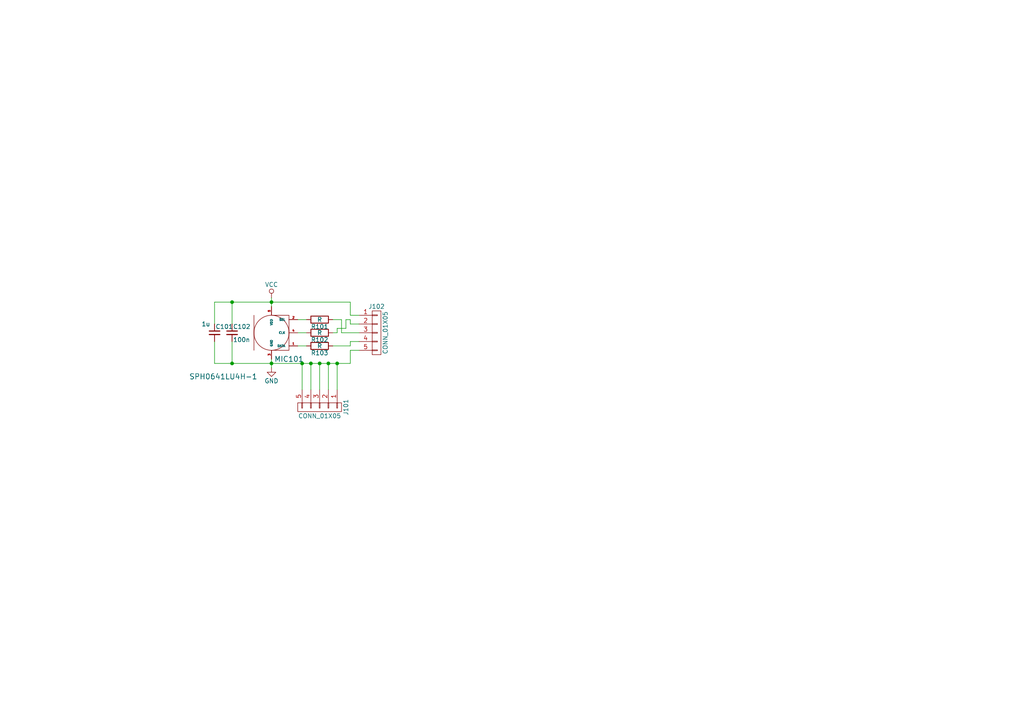
<source format=kicad_sch>
(kicad_sch (version 20230121) (generator eeschema)
  (paper "A4")
  (lib_symbols
    (symbol "knowles_bkout-rescue:CONN_01X05" (pin_names (offset 1.016) hide)
      (property "Reference" "J" (at 0 7.62 0))
      (property "Value" "CONN_01X05" (at 2.54 0 90))
      (symbol "CONN_01X05_0_1"
        (rectangle (start -1.27 -4.953) (end 0.254 -5.207))
        (rectangle (start -1.27 -2.413) (end 0.254 -2.667))
        (rectangle (start -1.27 0.127) (end 0.254 -0.127))
        (rectangle (start -1.27 2.667) (end 0.254 2.413))
        (rectangle (start -1.27 5.207) (end 0.254 4.953))
        (rectangle (start -1.27 6.35) (end 1.27 -6.35))
      )
      (symbol "CONN_01X05_1_1"
        (pin passive line (at -5.08 5.08 0) (length 3.81) (name "P1") (number "1"))
        (pin passive line (at -5.08 2.54 0) (length 3.81) (name "P2") (number "2"))
        (pin passive line (at -5.08 0 0) (length 3.81) (name "P3") (number "3"))
        (pin passive line (at -5.08 -2.54 0) (length 3.81) (name "P4") (number "4"))
        (pin passive line (at -5.08 -5.08 0) (length 3.81) (name "P5") (number "5"))
      )
    )
    (symbol "knowles_bkout-rescue:C_Small" (pin_numbers hide) (pin_names (offset 0.254) hide)
      (property "Reference" "C" (at 0.254 1.778 0))
      (property "Value" "C_Small" (at 0.254 -2.032 0))
      (symbol "C_Small_0_1"
        (polyline (pts (xy -1.524 -0.508) (xy 1.524 -0.508)) (stroke (width 0.3302)))
        (polyline (pts (xy -1.524 0.508) (xy 1.524 0.508)) (stroke (width 0.3048)))
      )
      (symbol "C_Small_1_1"
        (pin passive line (at 0 2.54 270) (length 2.032) (name "~") (number "1"))
        (pin passive line (at 0 -2.54 90) (length 2.032) (name "~") (number "2"))
      )
    )
    (symbol "knowles_bkout-rescue:GND" (power) (pin_names (offset 0))
      (property "Value" "GND" (at 0 -3.81 0))
      (symbol "GND_0_1"
        (polyline (pts (xy 0 0) (xy 0 -1.27) (xy 1.27 -1.27) (xy 0 -2.54) (xy -1.27 -1.27) (xy 0 -1.27)))
      )
      (symbol "GND_1_1"
        (pin power_in line (at 0 0 270) (length 0) hide (name "GND") (number "1"))
      )
    )
    (symbol "knowles_bkout-rescue:R" (pin_numbers hide) (pin_names (offset 0))
      (property "Reference" "R" (at 2.032 0 90))
      (property "Value" "R" (at 0 0 90))
      (symbol "R_0_1"
        (rectangle (start -1.016 -2.54) (end 1.016 2.54) (stroke (width 0.254)))
      )
      (symbol "R_1_1"
        (pin passive line (at 0 3.81 270) (length 1.27) (name "~") (number "1"))
        (pin passive line (at 0 -3.81 90) (length 1.27) (name "~") (number "2"))
      )
    )
    (symbol "knowles_bkout-rescue:VCC" (power) (pin_names (offset 0))
      (property "Value" "VCC" (at 0 3.81 0))
      (symbol "VCC_0_1"
        (polyline (pts (xy 0 0) (xy 0 1.27)))
        (circle (center 0 1.905) (radius 0.635))
      )
      (symbol "VCC_1_1"
        (pin power_in line (at 0 0 90) (length 0) hide (name "VCC") (number "1"))
      )
    )
    (symbol "sph0641lu4h-1:SPH0641LU4H-1" (pin_names (offset 1.016))
      (property "Reference" "MIC" (at -11.43 -2.54 0))
      (property "Value" "SPH0641LU4H-1" (at -11.43 7.62 0))
      (symbol "SPH0641LU4H-1_0_1"
        (polyline (pts (xy -5.08 5.08) (xy -5.08 -5.08)))
        (polyline (pts (xy 0 5.08) (xy 5.08 5.08) (xy 5.08 -5.08) (xy 0 -5.08)))
        (circle (center 0 0) (radius 5.08))
      )
      (symbol "SPH0641LU4H-1_1_1"
        (pin output line (at 7.62 -3.81 180) (length 2.54) (name "DATA") (number "1"))
        (pin input line (at 7.62 3.81 180) (length 2.54) (name "SEL") (number "2"))
        (pin power_in line (at 0 -7.62 90) (length 2.54) (name "GND") (number "3"))
        (pin input line (at 7.62 0 180) (length 2.54) (name "CLK") (number "4"))
        (pin power_in line (at 0 7.62 270) (length 2.54) (name "VDD") (number "5"))
      )
    )
  )
  (junction (at 67.31 87.63))
  (junction (at 87.63 105.41))
  (junction (at 78.74 87.63))
  (junction (at 92.71 105.41))
  (junction (at 67.31 105.41))
  (junction (at 97.79 105.41))
  (junction (at 78.74 105.41))
  (junction (at 95.25 105.41))
  (junction (at 90.17 105.41))
  (wire (pts (xy 95.25 113.03) (xy 95.25 105.41)))
  (wire (pts (xy 78.74 105.41) (xy 87.63 105.41)))
  (wire (pts (xy 97.79 105.41) (xy 101.6 105.41)))
  (wire (pts (xy 104.14 99.06) (xy 101.6 99.06)))
  (wire (pts (xy 62.23 105.41) (xy 67.31 105.41)))
  (wire (pts (xy 87.63 113.03) (xy 87.63 105.41)))
  (wire (pts (xy 101.6 100.33) (xy 96.52 100.33)))
  (wire (pts (xy 92.71 113.03) (xy 92.71 105.41)))
  (wire (pts (xy 62.23 87.63) (xy 67.31 87.63)))
  (wire (pts (xy 97.79 96.52) (xy 96.52 96.52)))
  (wire (pts (xy 67.31 105.41) (xy 78.74 105.41)))
  (wire (pts (xy 101.6 91.44) (xy 101.6 87.63)))
  (wire (pts (xy 62.23 99.06) (xy 62.23 105.41)))
  (wire (pts (xy 78.74 105.41) (xy 78.74 106.68)))
  (wire (pts (xy 104.14 101.6) (xy 101.6 101.6)))
  (wire (pts (xy 99.06 92.71) (xy 99.06 96.52)))
  (wire (pts (xy 100.33 92.71) (xy 100.33 95.25)))
  (wire (pts (xy 100.33 95.25) (xy 97.79 95.25)))
  (wire (pts (xy 67.31 87.63) (xy 78.74 87.63)))
  (wire (pts (xy 99.06 96.52) (xy 104.14 96.52)))
  (wire (pts (xy 87.63 105.41) (xy 90.17 105.41)))
  (wire (pts (xy 101.6 101.6) (xy 101.6 105.41)))
  (wire (pts (xy 104.14 91.44) (xy 101.6 91.44)))
  (wire (pts (xy 96.52 92.71) (xy 99.06 92.71)))
  (wire (pts (xy 78.74 86.36) (xy 78.74 87.63)))
  (wire (pts (xy 97.79 95.25) (xy 97.79 96.52)))
  (wire (pts (xy 67.31 105.41) (xy 67.31 99.06)))
  (wire (pts (xy 92.71 105.41) (xy 95.25 105.41)))
  (wire (pts (xy 101.6 93.98) (xy 104.14 93.98)))
  (wire (pts (xy 101.6 99.06) (xy 101.6 100.33)))
  (wire (pts (xy 101.6 92.71) (xy 101.6 93.98)))
  (wire (pts (xy 95.25 105.41) (xy 97.79 105.41)))
  (wire (pts (xy 97.79 113.03) (xy 97.79 105.41)))
  (wire (pts (xy 101.6 92.71) (xy 100.33 92.71)))
  (wire (pts (xy 78.74 87.63) (xy 78.74 88.9)))
  (wire (pts (xy 62.23 93.98) (xy 62.23 87.63)))
  (wire (pts (xy 86.36 100.33) (xy 88.9 100.33)))
  (wire (pts (xy 67.31 93.98) (xy 67.31 87.63)))
  (wire (pts (xy 78.74 87.63) (xy 101.6 87.63)))
  (wire (pts (xy 90.17 105.41) (xy 92.71 105.41)))
  (wire (pts (xy 90.17 113.03) (xy 90.17 105.41)))
  (wire (pts (xy 78.74 104.14) (xy 78.74 105.41)))
  (wire (pts (xy 86.36 96.52) (xy 88.9 96.52)))
  (wire (pts (xy 86.36 92.71) (xy 88.9 92.71)))
  (symbol (lib_id "sph0641lu4h-1:SPH0641LU4H-1") (at 78.74 96.52 0) (unit 1)
    (property "Reference" "MIC101" (at 83.82 104.14 0) (effects (font (size 1.524 1.524))))
    (property "Value" "SPH0641LU4H-1" (at 64.77 109.22 0) (effects (font (size 1.524 1.524))))
    (property "Footprint" "knowles:SPH0641LU4H-1" (effects hide))
  )
  (symbol (lib_id "knowles_bkout-rescue:GND") (at 78.74 106.68 0) (unit 1)
    (property "Reference" "#PWR01" (effects hide))
    (property "Value" "GND" (at 78.74 110.49 0))
  )
  (symbol (lib_id "knowles_bkout-rescue:VCC") (at 78.74 86.36 0) (unit 1)
    (property "Reference" "#PWR02" (effects hide))
    (property "Value" "VCC" (at 78.74 82.55 0))
  )
  (symbol (lib_id "knowles_bkout-rescue:C_Small") (at 67.31 96.52 0) (unit 1)
    (property "Reference" "C102" (at 67.564 94.742 0) (effects (justify left)))
    (property "Value" "100n" (at 67.564 98.552 0) (effects (justify left)))
    (property "Footprint" "Capacitors_SMD:C_0805_HandSoldering" (effects hide))
  )
  (symbol (lib_id "knowles_bkout-rescue:C_Small") (at 62.23 96.52 0) (unit 1)
    (property "Reference" "C101" (at 62.484 94.742 0) (effects (justify left)))
    (property "Value" "1u" (at 58.42 93.98 0) (effects (justify left)))
    (property "Footprint" "Capacitors_SMD:C_0805_HandSoldering" (effects hide))
  )
  (symbol (lib_id "knowles_bkout-rescue:CONN_01X05") (at 109.22 96.52 0) (unit 1)
    (property "Reference" "J102" (at 109.22 88.9 0))
    (property "Value" "CONN_01X05" (at 111.76 96.52 90))
    (property "Footprint" "Pin_Headers:Pin_Header_Straight_1x05_Pitch2.54mm" (effects hide))
  )
  (symbol (lib_id "knowles_bkout-rescue:R") (at 92.71 92.71 270) (unit 1)
    (property "Reference" "R101" (at 92.71 94.742 90))
    (property "Value" "R" (at 92.71 92.71 90))
    (property "Footprint" "Resistors_SMD:R_0603_HandSoldering" (effects hide))
  )
  (symbol (lib_id "knowles_bkout-rescue:CONN_01X05") (at 92.71 118.11 270) (unit 1)
    (property "Reference" "J101" (at 100.33 118.11 0))
    (property "Value" "CONN_01X05" (at 92.71 120.65 90))
    (property "Footprint" "Pin_Headers:Pin_Header_Straight_1x05_Pitch2.54mm" (effects hide))
  )
  (symbol (lib_id "knowles_bkout-rescue:R") (at 92.71 96.52 270) (unit 1)
    (property "Reference" "R102" (at 92.71 98.552 90))
    (property "Value" "R" (at 92.71 96.52 90))
    (property "Footprint" "Resistors_SMD:R_0603_HandSoldering" (effects hide))
  )
  (symbol (lib_id "knowles_bkout-rescue:R") (at 92.71 100.33 270) (unit 1)
    (property "Reference" "R103" (at 92.71 102.362 90))
    (property "Value" "R" (at 92.71 100.33 90))
    (property "Footprint" "Resistors_SMD:R_0603_HandSoldering" (effects hide))
  )
)
</source>
